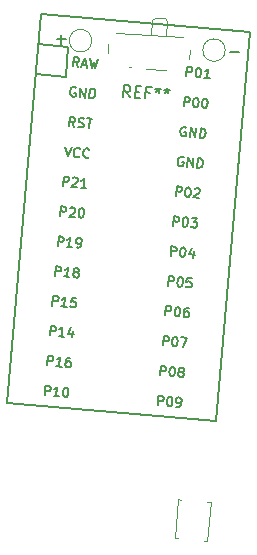
<source format=gbr>
%TF.GenerationSoftware,KiCad,Pcbnew,(5.1.10-1-10_14)*%
%TF.CreationDate,2021-10-09T22:38:14+01:00*%
%TF.ProjectId,architeuthis_dux,61726368-6974-4657-9574-6869735f6475,VERSION_HERE*%
%TF.SameCoordinates,Original*%
%TF.FileFunction,Legend,Top*%
%TF.FilePolarity,Positive*%
%FSLAX46Y46*%
G04 Gerber Fmt 4.6, Leading zero omitted, Abs format (unit mm)*
G04 Created by KiCad (PCBNEW (5.1.10-1-10_14)) date 2021-10-09 22:38:14*
%MOMM*%
%LPD*%
G01*
G04 APERTURE LIST*
%ADD10C,0.120000*%
%ADD11C,0.150000*%
G04 APERTURE END LIST*
D10*
%TO.C, *%
X111352007Y-1589593D02*
X111650866Y-1615739D01*
X111650866Y-1615739D02*
X111938480Y1671703D01*
X111938480Y1671703D02*
X111639621Y1697850D01*
X109160379Y-1397850D02*
X108861520Y-1371703D01*
X108861520Y-1371703D02*
X109149134Y1915739D01*
X109149134Y1915739D02*
X109447993Y1889593D01*
%TO.C,-*%
X113150000Y39950000D02*
G75*
G03*
X113150000Y39950000I-950000J0D01*
G01*
%TO.C,+*%
X101850000Y40750000D02*
G75*
G03*
X101850000Y40750000I-950000J0D01*
G01*
%TO.C,REF\u002A\u002A*%
X103258629Y40458906D02*
X103203521Y39670830D01*
X110086713Y39189511D02*
X110141821Y39977586D01*
X108167975Y38271118D02*
X106472116Y38389704D01*
X109613736Y41026980D02*
X103927621Y41424592D01*
X106960421Y42505668D02*
X106870435Y41218810D01*
X108072390Y42638424D02*
X107174583Y42701205D01*
X108167268Y41128127D02*
X108257254Y42414984D01*
X106960421Y42505668D02*
X107174583Y42701205D01*
X108257254Y42414984D02*
X108072390Y42638424D01*
X105175283Y38480387D02*
X104975770Y38494339D01*
D11*
%TO.C,C1*%
X99642577Y37713364D02*
X97112242Y37934739D01*
X99863952Y40243698D02*
X97333618Y40465074D01*
X99863952Y40243698D02*
X99642577Y37713364D01*
X115267335Y41445779D02*
X97554993Y42995408D01*
X112389452Y8551430D02*
X115267335Y41445779D01*
X94677111Y10101059D02*
X112389452Y8551430D01*
X97554993Y42995408D02*
X94677111Y10101059D01*
%TO.C, *%
%TO.C,-*%
X113569047Y39778571D02*
X114330952Y39778571D01*
%TO.C,+*%
X98869047Y40878571D02*
X99630952Y40878571D01*
X99250000Y40497619D02*
X99250000Y41259523D01*
%TO.C,REF\u002A\u002A*%
X105065137Y35949524D02*
X104765833Y36447807D01*
X104495100Y35989385D02*
X104564856Y36986949D01*
X104944881Y36960375D01*
X105036565Y36906229D01*
X105080747Y36855404D01*
X105121606Y36757076D01*
X105111641Y36614567D01*
X105057494Y36522882D01*
X105006670Y36478701D01*
X104908342Y36437842D01*
X104528317Y36464415D01*
X105529203Y36442162D02*
X105861725Y36418910D01*
X105967695Y35886411D02*
X105492664Y35919629D01*
X105562421Y36917193D01*
X106037451Y36883975D01*
X106764282Y36355797D02*
X106431761Y36379049D01*
X106395222Y35856516D02*
X106464978Y36854080D01*
X106940009Y36820862D01*
X107462543Y36784323D02*
X107445934Y36546808D01*
X107215062Y36658423D02*
X107445934Y36546808D01*
X107690093Y36625205D01*
X107290138Y36366761D02*
X107445934Y36546808D01*
X107575156Y36346830D01*
X108222591Y36731175D02*
X108205983Y36493660D01*
X107975111Y36605275D02*
X108205983Y36493660D01*
X108450141Y36572057D01*
X108050187Y36313613D02*
X108205983Y36493660D01*
X108335205Y36293683D01*
%TO.C,C1*%
X100715544Y38531054D02*
X100483095Y38933798D01*
X100260141Y38570897D02*
X100329866Y39367852D01*
X100633468Y39341291D01*
X100706048Y39296700D01*
X100740678Y39255429D01*
X100771988Y39176209D01*
X100762028Y39062358D01*
X100717437Y38989778D01*
X100676166Y38955148D01*
X100596946Y38923838D01*
X100293343Y38950399D01*
X101039068Y38732194D02*
X101418571Y38698992D01*
X100943246Y38511133D02*
X101278623Y39284847D01*
X101474550Y38464650D01*
X101734026Y39245004D02*
X101854053Y38431448D01*
X102055657Y38987421D01*
X102157655Y38404886D01*
X102417131Y39185240D01*
X100503648Y36764706D02*
X100431068Y36809297D01*
X100317217Y36819257D01*
X100200046Y36791268D01*
X100117505Y36722008D01*
X100072915Y36649427D01*
X100021683Y36500946D01*
X100011723Y36387095D01*
X100036392Y36231974D01*
X100067702Y36152753D01*
X100136962Y36070212D01*
X100247493Y36022301D01*
X100323393Y36015661D01*
X100440564Y36043651D01*
X100481835Y36078281D01*
X100505076Y36343933D01*
X100353275Y36357214D01*
X100816747Y35972498D02*
X100886471Y36769454D01*
X101272150Y35932656D01*
X101341875Y36729611D01*
X101651653Y35899453D02*
X101721377Y36696409D01*
X101911129Y36679808D01*
X102021659Y36631897D01*
X102090919Y36549356D01*
X102122229Y36470135D01*
X102146899Y36315014D01*
X102136938Y36201163D01*
X102085707Y36052682D01*
X102041116Y35980102D01*
X101958575Y35910842D01*
X101841404Y35882852D01*
X101651653Y35899453D01*
X100386644Y33460424D02*
X100154195Y33863169D01*
X99931241Y33500267D02*
X100000966Y34297223D01*
X100304568Y34270661D01*
X100377148Y34226070D01*
X100411778Y34184800D01*
X100443088Y34105579D01*
X100433127Y33991728D01*
X100388537Y33919148D01*
X100347266Y33884518D01*
X100268045Y33853208D01*
X99964443Y33879770D01*
X100693567Y33471813D02*
X100804097Y33423902D01*
X100993849Y33407301D01*
X101073069Y33438611D01*
X101114340Y33473241D01*
X101158931Y33545821D01*
X101165571Y33621722D01*
X101134261Y33700942D01*
X101099631Y33742213D01*
X101027051Y33786804D01*
X100878570Y33838035D01*
X100805990Y33882626D01*
X100771360Y33923896D01*
X100740050Y34003117D01*
X100746690Y34079017D01*
X100791281Y34151598D01*
X100832551Y34186228D01*
X100911772Y34217538D01*
X101101524Y34200936D01*
X101212054Y34153026D01*
X101443076Y34171054D02*
X101898479Y34131212D01*
X101601053Y33354177D02*
X101670778Y34151133D01*
X99608813Y31781830D02*
X99804741Y30961632D01*
X100140117Y31735347D01*
X100798088Y30951207D02*
X100756818Y30916577D01*
X100639647Y30888588D01*
X100563746Y30895228D01*
X100453216Y30943139D01*
X100383955Y31025680D01*
X100352646Y31104901D01*
X100327976Y31260022D01*
X100337937Y31373873D01*
X100389168Y31522354D01*
X100433759Y31594934D01*
X100516300Y31664194D01*
X100633471Y31692184D01*
X100709371Y31685543D01*
X100819902Y31637633D01*
X100854532Y31596362D01*
X101595044Y30881483D02*
X101553773Y30846853D01*
X101436602Y30818863D01*
X101360702Y30825504D01*
X101250171Y30873414D01*
X101180911Y30955955D01*
X101149601Y31035176D01*
X101124932Y31190298D01*
X101134893Y31304148D01*
X101186124Y31452629D01*
X101230714Y31525210D01*
X101313255Y31594470D01*
X101430427Y31622459D01*
X101506327Y31615819D01*
X101616858Y31567908D01*
X101651488Y31526637D01*
X99412589Y28446238D02*
X99482314Y29243194D01*
X99785916Y29216632D01*
X99858497Y29172042D01*
X99893127Y29130771D01*
X99924436Y29051551D01*
X99914476Y28937700D01*
X99869885Y28865119D01*
X99828615Y28830489D01*
X99749394Y28799179D01*
X99445792Y28825741D01*
X100234679Y29100889D02*
X100275950Y29135519D01*
X100355170Y29166829D01*
X100544922Y29150228D01*
X100617502Y29105637D01*
X100652132Y29064367D01*
X100683442Y28985146D01*
X100676801Y28909246D01*
X100628891Y28798715D01*
X100133645Y28383154D01*
X100626998Y28339991D01*
X101386004Y28273587D02*
X100930600Y28313430D01*
X101158302Y28293508D02*
X101228027Y29090464D01*
X101142165Y28983254D01*
X101059624Y28913994D01*
X100980404Y28882684D01*
X99191213Y25915904D02*
X99260938Y26712860D01*
X99564540Y26686298D01*
X99637121Y26641708D01*
X99671751Y26600437D01*
X99703060Y26521217D01*
X99693100Y26407366D01*
X99648509Y26334785D01*
X99607239Y26300155D01*
X99528018Y26268845D01*
X99224416Y26295407D01*
X100013303Y26570555D02*
X100054574Y26605185D01*
X100133794Y26636495D01*
X100323546Y26619894D01*
X100396126Y26575303D01*
X100430756Y26534033D01*
X100462066Y26454812D01*
X100455425Y26378912D01*
X100407515Y26268381D01*
X99912269Y25852820D01*
X100405622Y25809657D01*
X100968700Y26563450D02*
X101044601Y26556810D01*
X101117181Y26512219D01*
X101151811Y26470949D01*
X101183121Y26391728D01*
X101207791Y26236607D01*
X101191189Y26046855D01*
X101139958Y25898374D01*
X101095368Y25825794D01*
X101054097Y25791164D01*
X100974876Y25759854D01*
X100898976Y25766495D01*
X100826395Y25811085D01*
X100791765Y25852356D01*
X100760456Y25931577D01*
X100735786Y26086698D01*
X100752387Y26276449D01*
X100803618Y26424930D01*
X100848209Y26497510D01*
X100889480Y26532141D01*
X100968700Y26563450D01*
X98969838Y23385569D02*
X99039563Y24182525D01*
X99343165Y24155963D01*
X99415746Y24111373D01*
X99450376Y24070102D01*
X99481685Y23990882D01*
X99471725Y23877031D01*
X99427134Y23804450D01*
X99385864Y23769820D01*
X99306643Y23738510D01*
X99003041Y23765072D01*
X100184247Y23279322D02*
X99728844Y23319165D01*
X99956546Y23299244D02*
X100026270Y24096200D01*
X99940409Y23988989D01*
X99857868Y23919729D01*
X99778647Y23888419D01*
X100563750Y23246120D02*
X100715551Y23232839D01*
X100794772Y23264149D01*
X100836042Y23298779D01*
X100921904Y23405990D01*
X100973135Y23554471D01*
X100999696Y23858073D01*
X100968387Y23937294D01*
X100933757Y23978564D01*
X100861176Y24023155D01*
X100709375Y24036436D01*
X100630154Y24005126D01*
X100588884Y23970496D01*
X100544293Y23897915D01*
X100527692Y23708164D01*
X100559002Y23628943D01*
X100593632Y23587673D01*
X100666212Y23543082D01*
X100818013Y23529801D01*
X100897234Y23561111D01*
X100938505Y23595741D01*
X100983095Y23668321D01*
X98748462Y20855235D02*
X98818187Y21652191D01*
X99121789Y21625629D01*
X99194370Y21581039D01*
X99229000Y21539768D01*
X99260309Y21460548D01*
X99250349Y21346697D01*
X99205758Y21274116D01*
X99164488Y21239486D01*
X99085267Y21208176D01*
X98781665Y21234738D01*
X99962871Y20748988D02*
X99507468Y20788831D01*
X99735170Y20768910D02*
X99804894Y21565866D01*
X99719033Y21458655D01*
X99636492Y21389395D01*
X99557271Y21358085D01*
X100458117Y21164549D02*
X100385537Y21209140D01*
X100350907Y21250410D01*
X100319597Y21329631D01*
X100322917Y21367581D01*
X100367508Y21440162D01*
X100408778Y21474792D01*
X100487999Y21506102D01*
X100639800Y21492821D01*
X100712381Y21448230D01*
X100747011Y21406960D01*
X100778320Y21327739D01*
X100775000Y21289788D01*
X100730409Y21217208D01*
X100689139Y21182578D01*
X100609918Y21151268D01*
X100458117Y21164549D01*
X100378896Y21133239D01*
X100337626Y21098609D01*
X100293035Y21026029D01*
X100279754Y20874228D01*
X100311064Y20795007D01*
X100345694Y20753737D01*
X100418274Y20709146D01*
X100570076Y20695865D01*
X100649296Y20727175D01*
X100690567Y20761805D01*
X100735158Y20834385D01*
X100748438Y20986186D01*
X100717129Y21065407D01*
X100682499Y21106678D01*
X100609918Y21151268D01*
X98527086Y18324900D02*
X98596811Y19121856D01*
X98900413Y19095294D01*
X98972994Y19050704D01*
X99007624Y19009433D01*
X99038933Y18930213D01*
X99028973Y18816362D01*
X98984382Y18743781D01*
X98943112Y18709151D01*
X98863891Y18677841D01*
X98560289Y18704403D01*
X99741495Y18218653D02*
X99286092Y18258496D01*
X99513794Y18238575D02*
X99583518Y19035531D01*
X99497657Y18928320D01*
X99415116Y18859060D01*
X99335895Y18827750D01*
X100532275Y18952525D02*
X100152772Y18985727D01*
X100081620Y18609545D01*
X100122890Y18644175D01*
X100202111Y18675485D01*
X100391862Y18658884D01*
X100464443Y18614293D01*
X100499073Y18573022D01*
X100530383Y18493802D01*
X100513782Y18304050D01*
X100469191Y18231470D01*
X100427920Y18196840D01*
X100348700Y18165530D01*
X100158948Y18182131D01*
X100086368Y18226722D01*
X100051738Y18267992D01*
X98305711Y15794566D02*
X98375436Y16591522D01*
X98679038Y16564960D01*
X98751619Y16520370D01*
X98786249Y16479099D01*
X98817558Y16399879D01*
X98807598Y16286028D01*
X98763007Y16213447D01*
X98721737Y16178817D01*
X98642516Y16147507D01*
X98338914Y16174069D01*
X99520120Y15688319D02*
X99064717Y15728162D01*
X99292419Y15708241D02*
X99362143Y16505197D01*
X99276282Y16397986D01*
X99193741Y16328726D01*
X99114520Y16297416D01*
X100249708Y16159859D02*
X100203225Y15628556D01*
X100086519Y16480063D02*
X99846964Y15927410D01*
X100340317Y15884247D01*
X98084335Y13264231D02*
X98154060Y14061187D01*
X98457662Y14034625D01*
X98530243Y13990035D01*
X98564873Y13948764D01*
X98596182Y13869544D01*
X98586222Y13755693D01*
X98541631Y13683112D01*
X98500361Y13648482D01*
X98421140Y13617172D01*
X98117538Y13643734D01*
X99298744Y13157984D02*
X98843341Y13197827D01*
X99071043Y13177906D02*
X99140767Y13974862D01*
X99054906Y13867651D01*
X98972365Y13798391D01*
X98893144Y13767081D01*
X100051574Y13895176D02*
X99899773Y13908457D01*
X99820552Y13877147D01*
X99779281Y13842517D01*
X99693420Y13735307D01*
X99642189Y13586826D01*
X99615627Y13283224D01*
X99646937Y13204003D01*
X99681567Y13162733D01*
X99754147Y13118142D01*
X99905949Y13104861D01*
X99985169Y13136171D01*
X100026440Y13170801D01*
X100071031Y13243381D01*
X100087632Y13433133D01*
X100056322Y13512353D01*
X100021692Y13553624D01*
X99949111Y13598215D01*
X99797310Y13611495D01*
X99718090Y13580186D01*
X99676819Y13545556D01*
X99632228Y13472975D01*
X97862960Y10733897D02*
X97932685Y11530853D01*
X98236287Y11504291D01*
X98308868Y11459701D01*
X98343498Y11418430D01*
X98374807Y11339210D01*
X98364847Y11225359D01*
X98320256Y11152778D01*
X98278986Y11118148D01*
X98199765Y11086838D01*
X97896163Y11113400D01*
X99077369Y10627650D02*
X98621966Y10667493D01*
X98849668Y10647572D02*
X98919392Y11444528D01*
X98833531Y11337317D01*
X98750990Y11268057D01*
X98671769Y11236747D01*
X99640447Y11381443D02*
X99716348Y11374803D01*
X99788928Y11330212D01*
X99823558Y11288942D01*
X99854868Y11209721D01*
X99879538Y11054600D01*
X99862936Y10864848D01*
X99811705Y10716367D01*
X99767115Y10643787D01*
X99725844Y10609157D01*
X99646623Y10577847D01*
X99570723Y10584488D01*
X99498142Y10629078D01*
X99463512Y10670349D01*
X99432203Y10749570D01*
X99407533Y10904691D01*
X99424134Y11094442D01*
X99475365Y11242923D01*
X99519956Y11315503D01*
X99561227Y11350134D01*
X99640447Y11381443D01*
X109861560Y37730881D02*
X109931285Y38527837D01*
X110234887Y38501275D01*
X110307468Y38456685D01*
X110342098Y38415414D01*
X110373407Y38336194D01*
X110363447Y38222343D01*
X110318856Y38149762D01*
X110277586Y38115132D01*
X110198365Y38083822D01*
X109894763Y38110384D01*
X110880042Y38444832D02*
X110955942Y38438191D01*
X111028523Y38393601D01*
X111063153Y38352330D01*
X111094463Y38273109D01*
X111119132Y38117988D01*
X111102531Y37928237D01*
X111051300Y37779756D01*
X111006709Y37707175D01*
X110965439Y37672545D01*
X110886218Y37641236D01*
X110810317Y37647876D01*
X110737737Y37692467D01*
X110703107Y37733737D01*
X110671797Y37812958D01*
X110647128Y37968079D01*
X110663729Y38157831D01*
X110714960Y38306312D01*
X110759551Y38378892D01*
X110800821Y38413522D01*
X110880042Y38444832D01*
X111834975Y37558230D02*
X111379571Y37598073D01*
X111607273Y37578151D02*
X111676998Y38375107D01*
X111591136Y38267897D01*
X111508595Y38198637D01*
X111429375Y38167327D01*
X109640185Y35200547D02*
X109709910Y35997503D01*
X110013512Y35970941D01*
X110086093Y35926351D01*
X110120723Y35885080D01*
X110152032Y35805860D01*
X110142072Y35692009D01*
X110097481Y35619428D01*
X110056211Y35584798D01*
X109976990Y35553488D01*
X109673388Y35580050D01*
X110658667Y35914498D02*
X110734567Y35907857D01*
X110807148Y35863267D01*
X110841778Y35821996D01*
X110873088Y35742775D01*
X110897757Y35587654D01*
X110881156Y35397903D01*
X110829925Y35249422D01*
X110785334Y35176841D01*
X110744064Y35142211D01*
X110664843Y35110902D01*
X110588942Y35117542D01*
X110516362Y35162133D01*
X110481732Y35203403D01*
X110450422Y35282624D01*
X110425753Y35437745D01*
X110442354Y35627497D01*
X110493585Y35775978D01*
X110538176Y35848558D01*
X110579446Y35883188D01*
X110658667Y35914498D01*
X111417672Y35848093D02*
X111493573Y35841453D01*
X111566153Y35796862D01*
X111600783Y35755592D01*
X111632093Y35676371D01*
X111656763Y35521250D01*
X111640161Y35331498D01*
X111588930Y35183017D01*
X111544340Y35110437D01*
X111503069Y35075807D01*
X111423848Y35044497D01*
X111347948Y35051138D01*
X111275367Y35095728D01*
X111240737Y35136999D01*
X111209428Y35216220D01*
X111184758Y35371341D01*
X111201359Y35561092D01*
X111252590Y35709573D01*
X111297181Y35782153D01*
X111338452Y35816784D01*
X111417672Y35848093D01*
X109845741Y33397676D02*
X109773161Y33442267D01*
X109659310Y33452227D01*
X109542139Y33424238D01*
X109459598Y33354978D01*
X109415008Y33282397D01*
X109363776Y33133916D01*
X109353816Y33020065D01*
X109378485Y32864944D01*
X109409795Y32785723D01*
X109479055Y32703182D01*
X109589586Y32655271D01*
X109665486Y32648631D01*
X109782657Y32676621D01*
X109823928Y32711251D01*
X109847169Y32976903D01*
X109695368Y32990184D01*
X110158840Y32605468D02*
X110228564Y33402424D01*
X110614243Y32565626D01*
X110683968Y33362581D01*
X110993746Y32532423D02*
X111063470Y33329379D01*
X111253222Y33312778D01*
X111363752Y33264867D01*
X111433012Y33182326D01*
X111464322Y33103105D01*
X111488992Y32947984D01*
X111479031Y32834133D01*
X111427800Y32685652D01*
X111383209Y32613072D01*
X111300668Y32543812D01*
X111183497Y32515822D01*
X110993746Y32532423D01*
X109624366Y30867342D02*
X109551786Y30911933D01*
X109437935Y30921893D01*
X109320764Y30893904D01*
X109238223Y30824644D01*
X109193633Y30752063D01*
X109142401Y30603582D01*
X109132441Y30489731D01*
X109157110Y30334610D01*
X109188420Y30255389D01*
X109257680Y30172848D01*
X109368211Y30124937D01*
X109444111Y30118297D01*
X109561282Y30146287D01*
X109602553Y30180917D01*
X109625794Y30446569D01*
X109473993Y30459850D01*
X109937465Y30075134D02*
X110007189Y30872090D01*
X110392868Y30035292D01*
X110462593Y30832247D01*
X110772371Y30002089D02*
X110842095Y30799045D01*
X111031847Y30782444D01*
X111142377Y30734533D01*
X111211637Y30651992D01*
X111242947Y30572771D01*
X111267617Y30417650D01*
X111257656Y30303799D01*
X111206425Y30155318D01*
X111161834Y30082738D01*
X111079293Y30013478D01*
X110962122Y29985488D01*
X110772371Y30002089D01*
X108976058Y27609543D02*
X109045783Y28406499D01*
X109349385Y28379937D01*
X109421966Y28335347D01*
X109456596Y28294076D01*
X109487905Y28214856D01*
X109477945Y28101005D01*
X109433354Y28028424D01*
X109392084Y27993794D01*
X109312863Y27962484D01*
X109009261Y27989046D01*
X109994540Y28323494D02*
X110070440Y28316853D01*
X110143021Y28272263D01*
X110177651Y28230992D01*
X110208961Y28151771D01*
X110233630Y27996650D01*
X110217029Y27806899D01*
X110165798Y27658418D01*
X110121207Y27585837D01*
X110079937Y27551207D01*
X110000716Y27519898D01*
X109924815Y27526538D01*
X109852235Y27571129D01*
X109817605Y27612399D01*
X109786295Y27691620D01*
X109761626Y27846741D01*
X109778227Y28036493D01*
X109829458Y28184974D01*
X109874049Y28257554D01*
X109915319Y28292184D01*
X109994540Y28323494D01*
X110557154Y28197790D02*
X110598424Y28232420D01*
X110677645Y28263730D01*
X110867396Y28247129D01*
X110939977Y28202538D01*
X110974607Y28161268D01*
X111005916Y28082047D01*
X110999276Y28006146D01*
X110951365Y27895616D01*
X110456119Y27480055D01*
X110949473Y27436892D01*
X108754682Y25079209D02*
X108824407Y25876165D01*
X109128009Y25849603D01*
X109200590Y25805013D01*
X109235220Y25763742D01*
X109266529Y25684522D01*
X109256569Y25570671D01*
X109211978Y25498090D01*
X109170708Y25463460D01*
X109091487Y25432150D01*
X108787885Y25458712D01*
X109773164Y25793160D02*
X109849064Y25786519D01*
X109921645Y25741929D01*
X109956275Y25700658D01*
X109987585Y25621437D01*
X110012254Y25466316D01*
X109995653Y25276565D01*
X109944422Y25128084D01*
X109899831Y25055503D01*
X109858561Y25020873D01*
X109779340Y24989564D01*
X109703439Y24996204D01*
X109630859Y25040795D01*
X109596229Y25082065D01*
X109564919Y25161286D01*
X109540250Y25316407D01*
X109556851Y25506159D01*
X109608082Y25654640D01*
X109652673Y25727220D01*
X109693943Y25761850D01*
X109773164Y25793160D01*
X110304468Y25746677D02*
X110797821Y25703514D01*
X110505608Y25423153D01*
X110619458Y25413193D01*
X110692039Y25368602D01*
X110726669Y25327331D01*
X110757979Y25248111D01*
X110741378Y25058359D01*
X110696787Y24985779D01*
X110655516Y24951149D01*
X110576296Y24919839D01*
X110348594Y24939760D01*
X110276014Y24984351D01*
X110241384Y25025621D01*
X108533307Y22548874D02*
X108603032Y23345830D01*
X108906634Y23319268D01*
X108979215Y23274678D01*
X109013845Y23233407D01*
X109045154Y23154187D01*
X109035194Y23040336D01*
X108990603Y22967755D01*
X108949333Y22933125D01*
X108870112Y22901815D01*
X108566510Y22928377D01*
X109551789Y23262825D02*
X109627689Y23256184D01*
X109700270Y23211594D01*
X109734900Y23170323D01*
X109766210Y23091102D01*
X109790879Y22935981D01*
X109774278Y22746230D01*
X109723047Y22597749D01*
X109678456Y22525168D01*
X109637186Y22490538D01*
X109557965Y22459229D01*
X109482064Y22465869D01*
X109409484Y22510460D01*
X109374854Y22551730D01*
X109343544Y22630951D01*
X109318875Y22786072D01*
X109335476Y22975824D01*
X109386707Y23124305D01*
X109431298Y23196885D01*
X109472568Y23231515D01*
X109551789Y23262825D01*
X110477304Y22914167D02*
X110430821Y22382864D01*
X110314115Y23234371D02*
X110074560Y22681718D01*
X110567913Y22638555D01*
X108311931Y20018540D02*
X108381656Y20815496D01*
X108685258Y20788934D01*
X108757839Y20744344D01*
X108792469Y20703073D01*
X108823778Y20623853D01*
X108813818Y20510002D01*
X108769227Y20437421D01*
X108727957Y20402791D01*
X108648736Y20371481D01*
X108345134Y20398043D01*
X109330413Y20732491D02*
X109406313Y20725850D01*
X109478894Y20681260D01*
X109513524Y20639989D01*
X109544834Y20560768D01*
X109569503Y20405647D01*
X109552902Y20215896D01*
X109501671Y20067415D01*
X109457080Y19994834D01*
X109415810Y19960204D01*
X109336589Y19928895D01*
X109260688Y19935535D01*
X109188108Y19980126D01*
X109153478Y20021396D01*
X109122168Y20100617D01*
X109097499Y20255738D01*
X109114100Y20445490D01*
X109165331Y20593971D01*
X109209922Y20666551D01*
X109251192Y20701181D01*
X109330413Y20732491D01*
X110317120Y20646165D02*
X109937617Y20679367D01*
X109866465Y20303185D01*
X109907735Y20337815D01*
X109986956Y20369125D01*
X110176707Y20352524D01*
X110249288Y20307933D01*
X110283918Y20266662D01*
X110315228Y20187442D01*
X110298627Y19997690D01*
X110254036Y19925110D01*
X110212765Y19890480D01*
X110133545Y19859170D01*
X109943793Y19875771D01*
X109871213Y19920362D01*
X109836583Y19961632D01*
X108090556Y17488205D02*
X108160281Y18285161D01*
X108463883Y18258599D01*
X108536464Y18214009D01*
X108571094Y18172738D01*
X108602403Y18093518D01*
X108592443Y17979667D01*
X108547852Y17907086D01*
X108506582Y17872456D01*
X108427361Y17841146D01*
X108123759Y17867708D01*
X109109038Y18202156D02*
X109184938Y18195515D01*
X109257519Y18150925D01*
X109292149Y18109654D01*
X109323459Y18030433D01*
X109348128Y17875312D01*
X109331527Y17685561D01*
X109280296Y17537080D01*
X109235705Y17464499D01*
X109194435Y17429869D01*
X109115214Y17398560D01*
X109039313Y17405200D01*
X108966733Y17449791D01*
X108932103Y17491061D01*
X108900793Y17570282D01*
X108876124Y17725403D01*
X108892725Y17915155D01*
X108943956Y18063636D01*
X108988547Y18136216D01*
X109029817Y18170846D01*
X109109038Y18202156D01*
X110057795Y18119150D02*
X109905994Y18132431D01*
X109826773Y18101121D01*
X109785502Y18066491D01*
X109699641Y17959281D01*
X109648410Y17810800D01*
X109621848Y17507198D01*
X109653158Y17427977D01*
X109687788Y17386707D01*
X109760368Y17342116D01*
X109912170Y17328835D01*
X109991390Y17360145D01*
X110032661Y17394775D01*
X110077252Y17467355D01*
X110093853Y17657107D01*
X110062543Y17736327D01*
X110027913Y17777598D01*
X109955332Y17822189D01*
X109803531Y17835469D01*
X109724311Y17804160D01*
X109683040Y17769530D01*
X109638449Y17696949D01*
X107869180Y14957871D02*
X107938905Y15754827D01*
X108242507Y15728265D01*
X108315088Y15683675D01*
X108349718Y15642404D01*
X108381027Y15563184D01*
X108371067Y15449333D01*
X108326476Y15376752D01*
X108285206Y15342122D01*
X108205985Y15310812D01*
X107902383Y15337374D01*
X108887662Y15671822D02*
X108963562Y15665181D01*
X109036143Y15620591D01*
X109070773Y15579320D01*
X109102083Y15500099D01*
X109126752Y15344978D01*
X109110151Y15155227D01*
X109058920Y15006746D01*
X109014329Y14934165D01*
X108973059Y14899535D01*
X108893838Y14868226D01*
X108817937Y14874866D01*
X108745357Y14919457D01*
X108710727Y14960727D01*
X108679417Y15039948D01*
X108654748Y15195069D01*
X108671349Y15384821D01*
X108722580Y15533302D01*
X108767171Y15605882D01*
X108808441Y15640512D01*
X108887662Y15671822D01*
X109418966Y15625339D02*
X109950270Y15578856D01*
X109538992Y14811782D01*
X107647804Y12427536D02*
X107717529Y13224492D01*
X108021131Y13197930D01*
X108093712Y13153340D01*
X108128342Y13112069D01*
X108159651Y13032849D01*
X108149691Y12918998D01*
X108105100Y12846417D01*
X108063830Y12811787D01*
X107984609Y12780477D01*
X107681007Y12807039D01*
X108666286Y13141487D02*
X108742186Y13134846D01*
X108814767Y13090256D01*
X108849397Y13048985D01*
X108880707Y12969764D01*
X108905376Y12814643D01*
X108888775Y12624892D01*
X108837544Y12476411D01*
X108792953Y12403830D01*
X108751683Y12369200D01*
X108672462Y12337891D01*
X108596561Y12344531D01*
X108523981Y12389122D01*
X108489351Y12430392D01*
X108458041Y12509613D01*
X108433372Y12664734D01*
X108449973Y12854486D01*
X108501204Y13002967D01*
X108545795Y13075547D01*
X108587065Y13110177D01*
X108666286Y13141487D01*
X109357459Y12736850D02*
X109284879Y12781441D01*
X109250249Y12822711D01*
X109218939Y12901932D01*
X109222259Y12939882D01*
X109266850Y13012463D01*
X109308120Y13047093D01*
X109387341Y13078403D01*
X109539142Y13065122D01*
X109611723Y13020531D01*
X109646353Y12979261D01*
X109677662Y12900040D01*
X109674342Y12862089D01*
X109629751Y12789509D01*
X109588481Y12754879D01*
X109509260Y12723569D01*
X109357459Y12736850D01*
X109278238Y12705540D01*
X109236968Y12670910D01*
X109192377Y12598330D01*
X109179096Y12446529D01*
X109210406Y12367308D01*
X109245036Y12326038D01*
X109317616Y12281447D01*
X109469418Y12268166D01*
X109548638Y12299476D01*
X109589909Y12334106D01*
X109634500Y12406686D01*
X109647780Y12558487D01*
X109616471Y12637708D01*
X109581841Y12678979D01*
X109509260Y12723569D01*
X107426429Y9897202D02*
X107496154Y10694158D01*
X107799756Y10667596D01*
X107872337Y10623006D01*
X107906967Y10581735D01*
X107938276Y10502515D01*
X107928316Y10388664D01*
X107883725Y10316083D01*
X107842455Y10281453D01*
X107763234Y10250143D01*
X107459632Y10276705D01*
X108444911Y10611153D02*
X108520811Y10604512D01*
X108593392Y10559922D01*
X108628022Y10518651D01*
X108659332Y10439430D01*
X108684001Y10284309D01*
X108667400Y10094558D01*
X108616169Y9946077D01*
X108571578Y9873496D01*
X108530308Y9838866D01*
X108451087Y9807557D01*
X108375186Y9814197D01*
X108302606Y9858788D01*
X108267976Y9900058D01*
X108236666Y9979279D01*
X108211997Y10134400D01*
X108228598Y10324152D01*
X108279829Y10472633D01*
X108324420Y10545213D01*
X108365690Y10579843D01*
X108444911Y10611153D01*
X109020341Y9757753D02*
X109172142Y9744472D01*
X109251363Y9775782D01*
X109292633Y9810412D01*
X109378495Y9917623D01*
X109429726Y10066104D01*
X109456287Y10369706D01*
X109424978Y10448927D01*
X109390348Y10490197D01*
X109317767Y10534788D01*
X109165966Y10548069D01*
X109086745Y10516759D01*
X109045475Y10482129D01*
X109000884Y10409548D01*
X108984283Y10219797D01*
X109015593Y10140576D01*
X109050223Y10099306D01*
X109122803Y10054715D01*
X109274604Y10041434D01*
X109353825Y10072744D01*
X109395096Y10107374D01*
X109439686Y10179954D01*
%TD*%
M02*

</source>
